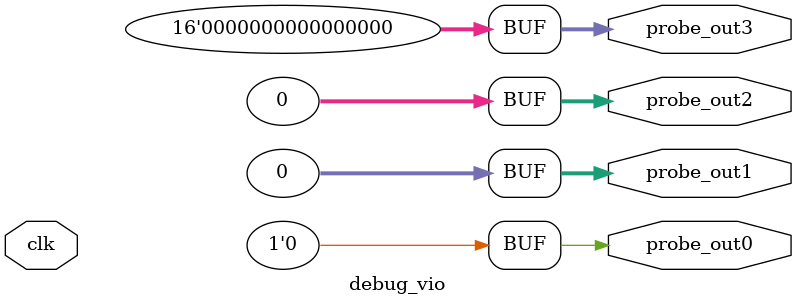
<source format=v>
`timescale 1ns / 1ps
module debug_vio (
clk,

probe_out0,
probe_out1,
probe_out2,
probe_out3
);

input clk;

output reg [0 : 0] probe_out0 = 'h0 ;
output reg [31 : 0] probe_out1 = 'h00000000 ;
output reg [31 : 0] probe_out2 = 'h00000000 ;
output reg [15 : 0] probe_out3 = 'h0000 ;


endmodule

</source>
